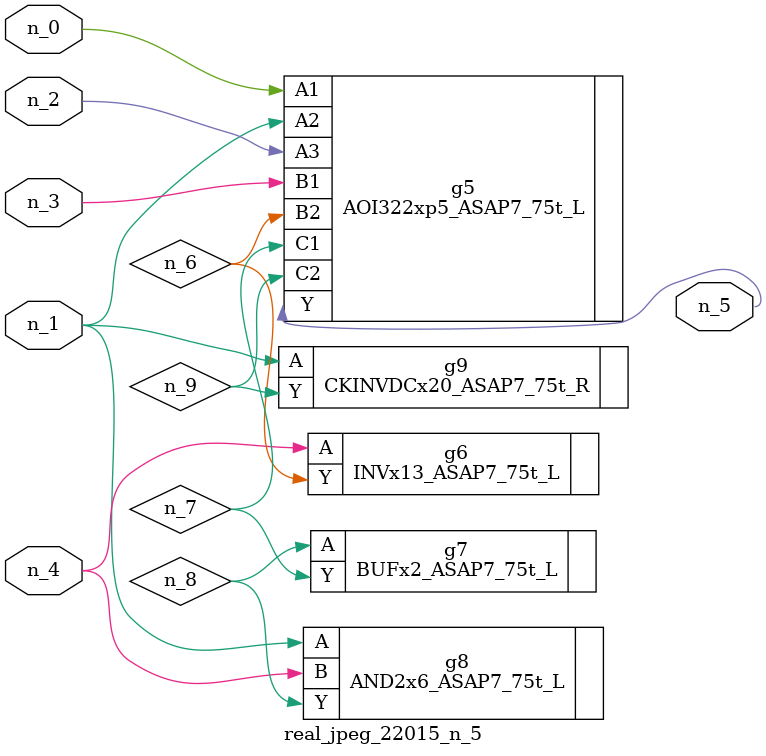
<source format=v>
module real_jpeg_22015_n_5 (n_4, n_0, n_1, n_2, n_3, n_5);

input n_4;
input n_0;
input n_1;
input n_2;
input n_3;

output n_5;

wire n_8;
wire n_6;
wire n_7;
wire n_9;

AOI322xp5_ASAP7_75t_L g5 ( 
.A1(n_0),
.A2(n_1),
.A3(n_2),
.B1(n_3),
.B2(n_6),
.C1(n_7),
.C2(n_9),
.Y(n_5)
);

AND2x6_ASAP7_75t_L g8 ( 
.A(n_1),
.B(n_4),
.Y(n_8)
);

CKINVDCx20_ASAP7_75t_R g9 ( 
.A(n_1),
.Y(n_9)
);

INVx13_ASAP7_75t_L g6 ( 
.A(n_4),
.Y(n_6)
);

BUFx2_ASAP7_75t_L g7 ( 
.A(n_8),
.Y(n_7)
);


endmodule
</source>
